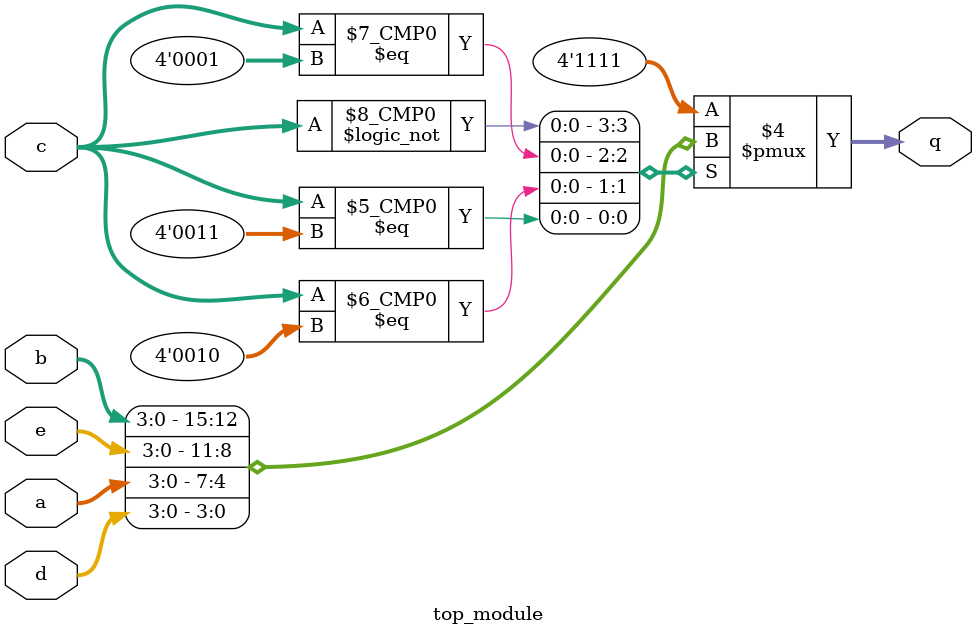
<source format=v>

module top_module (
	input  [3:0] a,
	input  [3:0] b,
	input  [3:0] c,
	input  [3:0] d,
	input  [3:0] e,
	output reg [3:0] q
);

	always @ (*)
		begin
			case (c)
				4'h0 : q = b;
				4'h1 : q = e;
				4'h2 : q = a;
				4'h3 : q = d;
				4'h4 : q = 4'hf;
				default q = 4'hf;
			endcase
		end
endmodule

</source>
